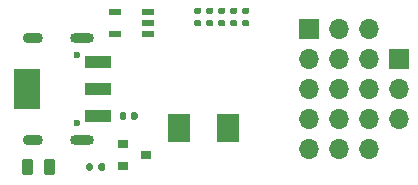
<source format=gbr>
%TF.GenerationSoftware,KiCad,Pcbnew,5.1.10-88a1d61d58~89~ubuntu21.04.1*%
%TF.CreationDate,2021-07-10T21:48:55+08:00*%
%TF.ProjectId,ST_Link_V2.1,53545f4c-696e-46b5-9f56-322e312e6b69,rev?*%
%TF.SameCoordinates,Original*%
%TF.FileFunction,Soldermask,Bot*%
%TF.FilePolarity,Negative*%
%FSLAX46Y46*%
G04 Gerber Fmt 4.6, Leading zero omitted, Abs format (unit mm)*
G04 Created by KiCad (PCBNEW 5.1.10-88a1d61d58~89~ubuntu21.04.1) date 2021-07-10 21:48:55*
%MOMM*%
%LPD*%
G01*
G04 APERTURE LIST*
%ADD10O,1.700000X1.700000*%
%ADD11R,1.700000X1.700000*%
%ADD12R,1.900000X2.400000*%
%ADD13R,2.200000X1.000000*%
%ADD14R,2.200000X3.500000*%
%ADD15R,1.100000X0.600000*%
%ADD16R,0.900000X0.800000*%
%ADD17C,0.600000*%
%ADD18O,1.700000X0.900000*%
%ADD19O,2.000000X0.900000*%
G04 APERTURE END LIST*
D10*
%TO.C,J2*%
X89662000Y-86614000D03*
X89662000Y-84074000D03*
D11*
X89662000Y-81534000D03*
%TD*%
D10*
%TO.C,J3*%
X87122000Y-81534000D03*
X87122000Y-78994000D03*
X87122000Y-84074000D03*
X87122000Y-89154000D03*
X87122000Y-86614000D03*
D11*
X82042000Y-78994000D03*
D10*
X82042000Y-81534000D03*
X82042000Y-84074000D03*
X82042000Y-86614000D03*
X82042000Y-89154000D03*
X84582000Y-78994000D03*
X84582000Y-81534000D03*
X84582000Y-84074000D03*
X84582000Y-86614000D03*
X84582000Y-89154000D03*
%TD*%
D12*
%TO.C,Y1*%
X75202000Y-87376000D03*
X71102000Y-87376000D03*
%TD*%
D13*
%TO.C,U3*%
X64214000Y-86374000D03*
D14*
X58214000Y-84074000D03*
D13*
X64214000Y-84074000D03*
X64214000Y-81774000D03*
%TD*%
D15*
%TO.C,U2*%
X65656000Y-77536000D03*
X65656000Y-79436000D03*
X68456000Y-79436000D03*
X68456000Y-78486000D03*
X68456000Y-77536000D03*
%TD*%
%TO.C,R18*%
G36*
G01*
X75507000Y-78218000D02*
X75877000Y-78218000D01*
G75*
G02*
X76012000Y-78353000I0J-135000D01*
G01*
X76012000Y-78623000D01*
G75*
G02*
X75877000Y-78758000I-135000J0D01*
G01*
X75507000Y-78758000D01*
G75*
G02*
X75372000Y-78623000I0J135000D01*
G01*
X75372000Y-78353000D01*
G75*
G02*
X75507000Y-78218000I135000J0D01*
G01*
G37*
G36*
G01*
X75507000Y-77198000D02*
X75877000Y-77198000D01*
G75*
G02*
X76012000Y-77333000I0J-135000D01*
G01*
X76012000Y-77603000D01*
G75*
G02*
X75877000Y-77738000I-135000J0D01*
G01*
X75507000Y-77738000D01*
G75*
G02*
X75372000Y-77603000I0J135000D01*
G01*
X75372000Y-77333000D01*
G75*
G02*
X75507000Y-77198000I135000J0D01*
G01*
G37*
%TD*%
%TO.C,R17*%
G36*
G01*
X76523000Y-78218000D02*
X76893000Y-78218000D01*
G75*
G02*
X77028000Y-78353000I0J-135000D01*
G01*
X77028000Y-78623000D01*
G75*
G02*
X76893000Y-78758000I-135000J0D01*
G01*
X76523000Y-78758000D01*
G75*
G02*
X76388000Y-78623000I0J135000D01*
G01*
X76388000Y-78353000D01*
G75*
G02*
X76523000Y-78218000I135000J0D01*
G01*
G37*
G36*
G01*
X76523000Y-77198000D02*
X76893000Y-77198000D01*
G75*
G02*
X77028000Y-77333000I0J-135000D01*
G01*
X77028000Y-77603000D01*
G75*
G02*
X76893000Y-77738000I-135000J0D01*
G01*
X76523000Y-77738000D01*
G75*
G02*
X76388000Y-77603000I0J135000D01*
G01*
X76388000Y-77333000D01*
G75*
G02*
X76523000Y-77198000I135000J0D01*
G01*
G37*
%TD*%
%TO.C,R16*%
G36*
G01*
X72459000Y-78218000D02*
X72829000Y-78218000D01*
G75*
G02*
X72964000Y-78353000I0J-135000D01*
G01*
X72964000Y-78623000D01*
G75*
G02*
X72829000Y-78758000I-135000J0D01*
G01*
X72459000Y-78758000D01*
G75*
G02*
X72324000Y-78623000I0J135000D01*
G01*
X72324000Y-78353000D01*
G75*
G02*
X72459000Y-78218000I135000J0D01*
G01*
G37*
G36*
G01*
X72459000Y-77198000D02*
X72829000Y-77198000D01*
G75*
G02*
X72964000Y-77333000I0J-135000D01*
G01*
X72964000Y-77603000D01*
G75*
G02*
X72829000Y-77738000I-135000J0D01*
G01*
X72459000Y-77738000D01*
G75*
G02*
X72324000Y-77603000I0J135000D01*
G01*
X72324000Y-77333000D01*
G75*
G02*
X72459000Y-77198000I135000J0D01*
G01*
G37*
%TD*%
%TO.C,R15*%
G36*
G01*
X74491000Y-78218000D02*
X74861000Y-78218000D01*
G75*
G02*
X74996000Y-78353000I0J-135000D01*
G01*
X74996000Y-78623000D01*
G75*
G02*
X74861000Y-78758000I-135000J0D01*
G01*
X74491000Y-78758000D01*
G75*
G02*
X74356000Y-78623000I0J135000D01*
G01*
X74356000Y-78353000D01*
G75*
G02*
X74491000Y-78218000I135000J0D01*
G01*
G37*
G36*
G01*
X74491000Y-77198000D02*
X74861000Y-77198000D01*
G75*
G02*
X74996000Y-77333000I0J-135000D01*
G01*
X74996000Y-77603000D01*
G75*
G02*
X74861000Y-77738000I-135000J0D01*
G01*
X74491000Y-77738000D01*
G75*
G02*
X74356000Y-77603000I0J135000D01*
G01*
X74356000Y-77333000D01*
G75*
G02*
X74491000Y-77198000I135000J0D01*
G01*
G37*
%TD*%
%TO.C,R14*%
G36*
G01*
X73475000Y-78218000D02*
X73845000Y-78218000D01*
G75*
G02*
X73980000Y-78353000I0J-135000D01*
G01*
X73980000Y-78623000D01*
G75*
G02*
X73845000Y-78758000I-135000J0D01*
G01*
X73475000Y-78758000D01*
G75*
G02*
X73340000Y-78623000I0J135000D01*
G01*
X73340000Y-78353000D01*
G75*
G02*
X73475000Y-78218000I135000J0D01*
G01*
G37*
G36*
G01*
X73475000Y-77198000D02*
X73845000Y-77198000D01*
G75*
G02*
X73980000Y-77333000I0J-135000D01*
G01*
X73980000Y-77603000D01*
G75*
G02*
X73845000Y-77738000I-135000J0D01*
G01*
X73475000Y-77738000D01*
G75*
G02*
X73340000Y-77603000I0J135000D01*
G01*
X73340000Y-77333000D01*
G75*
G02*
X73475000Y-77198000I135000J0D01*
G01*
G37*
%TD*%
%TO.C,R9*%
G36*
G01*
X64248000Y-90863000D02*
X64248000Y-90493000D01*
G75*
G02*
X64383000Y-90358000I135000J0D01*
G01*
X64653000Y-90358000D01*
G75*
G02*
X64788000Y-90493000I0J-135000D01*
G01*
X64788000Y-90863000D01*
G75*
G02*
X64653000Y-90998000I-135000J0D01*
G01*
X64383000Y-90998000D01*
G75*
G02*
X64248000Y-90863000I0J135000D01*
G01*
G37*
G36*
G01*
X63228000Y-90863000D02*
X63228000Y-90493000D01*
G75*
G02*
X63363000Y-90358000I135000J0D01*
G01*
X63633000Y-90358000D01*
G75*
G02*
X63768000Y-90493000I0J-135000D01*
G01*
X63768000Y-90863000D01*
G75*
G02*
X63633000Y-90998000I-135000J0D01*
G01*
X63363000Y-90998000D01*
G75*
G02*
X63228000Y-90863000I0J135000D01*
G01*
G37*
%TD*%
D16*
%TO.C,Q1*%
X68310000Y-89662000D03*
X66310000Y-88712000D03*
X66310000Y-90612000D03*
%TD*%
D17*
%TO.C,J1*%
X62410000Y-81184000D03*
X62410000Y-86964000D03*
D18*
X58720000Y-88394000D03*
X58720000Y-79754000D03*
D19*
X62890000Y-88394000D03*
X62890000Y-79754000D03*
%TD*%
%TO.C,F1*%
G36*
G01*
X58732000Y-90221750D02*
X58732000Y-91134250D01*
G75*
G02*
X58488250Y-91378000I-243750J0D01*
G01*
X58000750Y-91378000D01*
G75*
G02*
X57757000Y-91134250I0J243750D01*
G01*
X57757000Y-90221750D01*
G75*
G02*
X58000750Y-89978000I243750J0D01*
G01*
X58488250Y-89978000D01*
G75*
G02*
X58732000Y-90221750I0J-243750D01*
G01*
G37*
G36*
G01*
X60607000Y-90221750D02*
X60607000Y-91134250D01*
G75*
G02*
X60363250Y-91378000I-243750J0D01*
G01*
X59875750Y-91378000D01*
G75*
G02*
X59632000Y-91134250I0J243750D01*
G01*
X59632000Y-90221750D01*
G75*
G02*
X59875750Y-89978000I243750J0D01*
G01*
X60363250Y-89978000D01*
G75*
G02*
X60607000Y-90221750I0J-243750D01*
G01*
G37*
%TD*%
%TO.C,C9*%
G36*
G01*
X67002000Y-86530000D02*
X67002000Y-86190000D01*
G75*
G02*
X67142000Y-86050000I140000J0D01*
G01*
X67422000Y-86050000D01*
G75*
G02*
X67562000Y-86190000I0J-140000D01*
G01*
X67562000Y-86530000D01*
G75*
G02*
X67422000Y-86670000I-140000J0D01*
G01*
X67142000Y-86670000D01*
G75*
G02*
X67002000Y-86530000I0J140000D01*
G01*
G37*
G36*
G01*
X66042000Y-86530000D02*
X66042000Y-86190000D01*
G75*
G02*
X66182000Y-86050000I140000J0D01*
G01*
X66462000Y-86050000D01*
G75*
G02*
X66602000Y-86190000I0J-140000D01*
G01*
X66602000Y-86530000D01*
G75*
G02*
X66462000Y-86670000I-140000J0D01*
G01*
X66182000Y-86670000D01*
G75*
G02*
X66042000Y-86530000I0J140000D01*
G01*
G37*
%TD*%
M02*

</source>
